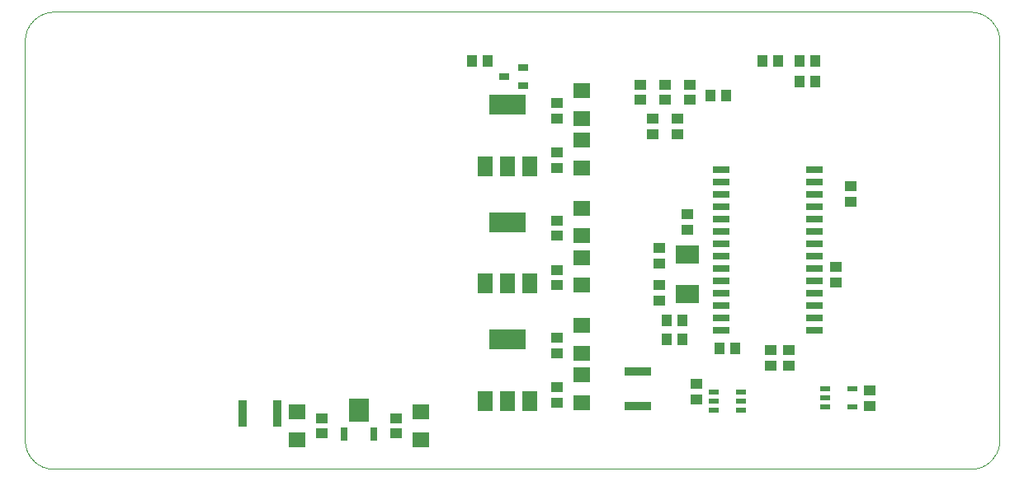
<source format=gtp>
G75*
%MOIN*%
%OFA0B0*%
%FSLAX25Y25*%
%IPPOS*%
%LPD*%
%AMOC8*
5,1,8,0,0,1.08239X$1,22.5*
%
%ADD10C,0.00394*%
%ADD11R,0.05118X0.04331*%
%ADD12R,0.04331X0.05118*%
%ADD13R,0.09449X0.07480*%
%ADD14R,0.04331X0.02362*%
%ADD15R,0.06693X0.02559*%
%ADD16R,0.03937X0.03150*%
%ADD17R,0.07874X0.09646*%
%ADD18R,0.03150X0.05512*%
%ADD19R,0.05906X0.07874*%
%ADD20R,0.14961X0.07874*%
%ADD21R,0.03543X0.11024*%
%ADD22R,0.11024X0.03543*%
%ADD23R,0.07087X0.06299*%
D10*
X0034249Y0022713D02*
X0404327Y0022713D01*
X0404612Y0022716D01*
X0404898Y0022727D01*
X0405183Y0022744D01*
X0405467Y0022768D01*
X0405751Y0022799D01*
X0406034Y0022837D01*
X0406315Y0022882D01*
X0406596Y0022933D01*
X0406876Y0022991D01*
X0407154Y0023056D01*
X0407430Y0023128D01*
X0407704Y0023206D01*
X0407977Y0023291D01*
X0408247Y0023383D01*
X0408515Y0023481D01*
X0408781Y0023585D01*
X0409044Y0023696D01*
X0409304Y0023813D01*
X0409562Y0023936D01*
X0409816Y0024066D01*
X0410067Y0024202D01*
X0410315Y0024343D01*
X0410559Y0024491D01*
X0410800Y0024644D01*
X0411036Y0024804D01*
X0411269Y0024969D01*
X0411498Y0025139D01*
X0411723Y0025315D01*
X0411943Y0025497D01*
X0412159Y0025683D01*
X0412370Y0025875D01*
X0412577Y0026072D01*
X0412779Y0026274D01*
X0412976Y0026481D01*
X0413168Y0026692D01*
X0413354Y0026908D01*
X0413536Y0027128D01*
X0413712Y0027353D01*
X0413882Y0027582D01*
X0414047Y0027815D01*
X0414207Y0028051D01*
X0414360Y0028292D01*
X0414508Y0028536D01*
X0414649Y0028784D01*
X0414785Y0029035D01*
X0414915Y0029289D01*
X0415038Y0029547D01*
X0415155Y0029807D01*
X0415266Y0030070D01*
X0415370Y0030336D01*
X0415468Y0030604D01*
X0415560Y0030874D01*
X0415645Y0031147D01*
X0415723Y0031421D01*
X0415795Y0031697D01*
X0415860Y0031975D01*
X0415918Y0032255D01*
X0415969Y0032536D01*
X0416014Y0032817D01*
X0416052Y0033100D01*
X0416083Y0033384D01*
X0416107Y0033668D01*
X0416124Y0033953D01*
X0416135Y0034239D01*
X0416138Y0034524D01*
X0416138Y0195941D01*
X0416135Y0196226D01*
X0416124Y0196512D01*
X0416107Y0196797D01*
X0416083Y0197081D01*
X0416052Y0197365D01*
X0416014Y0197648D01*
X0415969Y0197929D01*
X0415918Y0198210D01*
X0415860Y0198490D01*
X0415795Y0198768D01*
X0415723Y0199044D01*
X0415645Y0199318D01*
X0415560Y0199591D01*
X0415468Y0199861D01*
X0415370Y0200129D01*
X0415266Y0200395D01*
X0415155Y0200658D01*
X0415038Y0200918D01*
X0414915Y0201176D01*
X0414785Y0201430D01*
X0414649Y0201681D01*
X0414508Y0201929D01*
X0414360Y0202173D01*
X0414207Y0202414D01*
X0414047Y0202650D01*
X0413882Y0202883D01*
X0413712Y0203112D01*
X0413536Y0203337D01*
X0413354Y0203557D01*
X0413168Y0203773D01*
X0412976Y0203984D01*
X0412779Y0204191D01*
X0412577Y0204393D01*
X0412370Y0204590D01*
X0412159Y0204782D01*
X0411943Y0204968D01*
X0411723Y0205150D01*
X0411498Y0205326D01*
X0411269Y0205496D01*
X0411036Y0205661D01*
X0410800Y0205821D01*
X0410559Y0205974D01*
X0410315Y0206122D01*
X0410067Y0206263D01*
X0409816Y0206399D01*
X0409562Y0206529D01*
X0409304Y0206652D01*
X0409044Y0206769D01*
X0408781Y0206880D01*
X0408515Y0206984D01*
X0408247Y0207082D01*
X0407977Y0207174D01*
X0407704Y0207259D01*
X0407430Y0207337D01*
X0407154Y0207409D01*
X0406876Y0207474D01*
X0406596Y0207532D01*
X0406315Y0207583D01*
X0406034Y0207628D01*
X0405751Y0207666D01*
X0405467Y0207697D01*
X0405183Y0207721D01*
X0404898Y0207738D01*
X0404612Y0207749D01*
X0404327Y0207752D01*
X0034249Y0207752D01*
X0033964Y0207749D01*
X0033678Y0207738D01*
X0033393Y0207721D01*
X0033109Y0207697D01*
X0032825Y0207666D01*
X0032542Y0207628D01*
X0032261Y0207583D01*
X0031980Y0207532D01*
X0031700Y0207474D01*
X0031422Y0207409D01*
X0031146Y0207337D01*
X0030872Y0207259D01*
X0030599Y0207174D01*
X0030329Y0207082D01*
X0030061Y0206984D01*
X0029795Y0206880D01*
X0029532Y0206769D01*
X0029272Y0206652D01*
X0029014Y0206529D01*
X0028760Y0206399D01*
X0028509Y0206263D01*
X0028261Y0206122D01*
X0028017Y0205974D01*
X0027776Y0205821D01*
X0027540Y0205661D01*
X0027307Y0205496D01*
X0027078Y0205326D01*
X0026853Y0205150D01*
X0026633Y0204968D01*
X0026417Y0204782D01*
X0026206Y0204590D01*
X0025999Y0204393D01*
X0025797Y0204191D01*
X0025600Y0203984D01*
X0025408Y0203773D01*
X0025222Y0203557D01*
X0025040Y0203337D01*
X0024864Y0203112D01*
X0024694Y0202883D01*
X0024529Y0202650D01*
X0024369Y0202414D01*
X0024216Y0202173D01*
X0024068Y0201929D01*
X0023927Y0201681D01*
X0023791Y0201430D01*
X0023661Y0201176D01*
X0023538Y0200918D01*
X0023421Y0200658D01*
X0023310Y0200395D01*
X0023206Y0200129D01*
X0023108Y0199861D01*
X0023016Y0199591D01*
X0022931Y0199318D01*
X0022853Y0199044D01*
X0022781Y0198768D01*
X0022716Y0198490D01*
X0022658Y0198210D01*
X0022607Y0197929D01*
X0022562Y0197648D01*
X0022524Y0197365D01*
X0022493Y0197081D01*
X0022469Y0196797D01*
X0022452Y0196512D01*
X0022441Y0196226D01*
X0022438Y0195941D01*
X0022438Y0034524D01*
X0022441Y0034239D01*
X0022452Y0033953D01*
X0022469Y0033668D01*
X0022493Y0033384D01*
X0022524Y0033100D01*
X0022562Y0032817D01*
X0022607Y0032536D01*
X0022658Y0032255D01*
X0022716Y0031975D01*
X0022781Y0031697D01*
X0022853Y0031421D01*
X0022931Y0031147D01*
X0023016Y0030874D01*
X0023108Y0030604D01*
X0023206Y0030336D01*
X0023310Y0030070D01*
X0023421Y0029807D01*
X0023538Y0029547D01*
X0023661Y0029289D01*
X0023791Y0029035D01*
X0023927Y0028784D01*
X0024068Y0028536D01*
X0024216Y0028292D01*
X0024369Y0028051D01*
X0024529Y0027815D01*
X0024694Y0027582D01*
X0024864Y0027353D01*
X0025040Y0027128D01*
X0025222Y0026908D01*
X0025408Y0026692D01*
X0025600Y0026481D01*
X0025797Y0026274D01*
X0025999Y0026072D01*
X0026206Y0025875D01*
X0026417Y0025683D01*
X0026633Y0025497D01*
X0026853Y0025315D01*
X0027078Y0025139D01*
X0027307Y0024969D01*
X0027540Y0024804D01*
X0027776Y0024644D01*
X0028017Y0024491D01*
X0028261Y0024343D01*
X0028509Y0024202D01*
X0028760Y0024066D01*
X0029014Y0023936D01*
X0029272Y0023813D01*
X0029532Y0023696D01*
X0029795Y0023585D01*
X0030061Y0023481D01*
X0030329Y0023383D01*
X0030599Y0023291D01*
X0030872Y0023206D01*
X0031146Y0023128D01*
X0031422Y0023056D01*
X0031700Y0022991D01*
X0031980Y0022933D01*
X0032261Y0022882D01*
X0032542Y0022837D01*
X0032825Y0022799D01*
X0033109Y0022768D01*
X0033393Y0022744D01*
X0033678Y0022727D01*
X0033964Y0022716D01*
X0034249Y0022713D01*
D11*
X0142438Y0037063D03*
X0142438Y0043362D03*
X0172438Y0043362D03*
X0172438Y0037063D03*
X0237438Y0049563D03*
X0237438Y0055862D03*
X0237438Y0069563D03*
X0237438Y0075862D03*
X0278688Y0090813D03*
X0278688Y0097112D03*
X0278688Y0105813D03*
X0278688Y0112112D03*
X0289938Y0119563D03*
X0289938Y0125862D03*
X0237438Y0123362D03*
X0237438Y0117063D03*
X0237438Y0103362D03*
X0237438Y0097063D03*
X0293688Y0057112D03*
X0293688Y0050813D03*
X0323688Y0064563D03*
X0331188Y0064563D03*
X0331188Y0070862D03*
X0323688Y0070862D03*
X0363688Y0054612D03*
X0363688Y0048313D03*
X0349938Y0098313D03*
X0349938Y0104612D03*
X0356188Y0130813D03*
X0356188Y0137112D03*
X0286188Y0158313D03*
X0286188Y0164612D03*
X0276188Y0164612D03*
X0276188Y0158313D03*
X0281188Y0172063D03*
X0271188Y0172063D03*
X0271188Y0178362D03*
X0281188Y0178362D03*
X0291188Y0178362D03*
X0291188Y0172063D03*
X0237438Y0170862D03*
X0237438Y0164563D03*
X0237438Y0150862D03*
X0237438Y0144563D03*
D12*
X0299288Y0173963D03*
X0305587Y0173963D03*
X0320538Y0187713D03*
X0326837Y0187713D03*
X0335538Y0187713D03*
X0341837Y0187713D03*
X0341798Y0179474D03*
X0335499Y0179474D03*
X0209337Y0187713D03*
X0203038Y0187713D03*
X0281788Y0082713D03*
X0288087Y0082713D03*
X0288087Y0075213D03*
X0281788Y0075213D03*
X0303038Y0071463D03*
X0309337Y0071463D03*
D13*
X0289938Y0093392D03*
X0289938Y0109533D03*
D14*
X0345676Y0055203D03*
X0345676Y0051463D03*
X0345676Y0047722D03*
X0356699Y0047722D03*
X0356699Y0055203D03*
X0311699Y0053953D03*
X0311699Y0050213D03*
X0311699Y0046472D03*
X0300676Y0046472D03*
X0300676Y0050213D03*
X0300676Y0053953D03*
D15*
X0303619Y0078963D03*
X0303619Y0083963D03*
X0303619Y0088963D03*
X0303619Y0093963D03*
X0303619Y0098963D03*
X0303619Y0103963D03*
X0303619Y0108963D03*
X0303619Y0113963D03*
X0303619Y0118963D03*
X0303619Y0123963D03*
X0303619Y0128963D03*
X0303619Y0133963D03*
X0303619Y0138963D03*
X0303619Y0143963D03*
X0341257Y0143963D03*
X0341257Y0138963D03*
X0341257Y0133963D03*
X0341257Y0128963D03*
X0341257Y0123963D03*
X0341257Y0118963D03*
X0341257Y0113963D03*
X0341257Y0108963D03*
X0341257Y0103963D03*
X0341257Y0098963D03*
X0341257Y0093963D03*
X0341257Y0088963D03*
X0341257Y0083963D03*
X0341257Y0078963D03*
D16*
X0223875Y0177722D03*
X0216001Y0181463D03*
X0223875Y0185203D03*
D17*
X0157438Y0046453D03*
D18*
X0163339Y0036882D03*
X0151536Y0036882D03*
D19*
X0208383Y0050311D03*
X0217438Y0050311D03*
X0226493Y0050311D03*
X0226493Y0097811D03*
X0217438Y0097811D03*
X0208383Y0097811D03*
X0208383Y0145311D03*
X0217438Y0145311D03*
X0226493Y0145311D03*
D20*
X0217438Y0122614D03*
X0217438Y0075114D03*
X0217438Y0170114D03*
D21*
X0124327Y0045213D03*
X0110548Y0045213D03*
D22*
X0269938Y0048323D03*
X0269938Y0062102D03*
D23*
X0247438Y0060724D03*
X0247438Y0069701D03*
X0247438Y0080724D03*
X0247438Y0097201D03*
X0247438Y0108224D03*
X0247438Y0117201D03*
X0247438Y0128224D03*
X0247438Y0144701D03*
X0247438Y0155724D03*
X0247438Y0164701D03*
X0247438Y0175724D03*
X0247438Y0049701D03*
X0182438Y0045724D03*
X0182438Y0034701D03*
X0132438Y0034701D03*
X0132438Y0045724D03*
M02*

</source>
